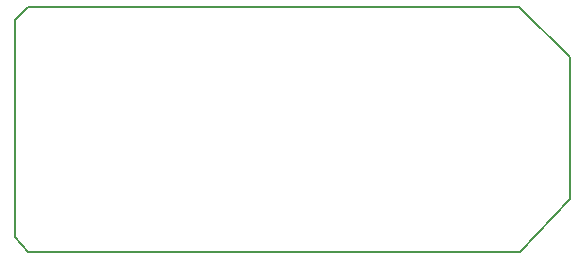
<source format=gbr>
%TF.GenerationSoftware,KiCad,Pcbnew,5.1.10*%
%TF.CreationDate,2021-05-04T23:01:40-04:00*%
%TF.ProjectId,NINA-W102_minimal_breakout,4e494e41-2d57-4313-9032-5f6d696e696d,0.5*%
%TF.SameCoordinates,Original*%
%TF.FileFunction,Profile,NP*%
%FSLAX46Y46*%
G04 Gerber Fmt 4.6, Leading zero omitted, Abs format (unit mm)*
G04 Created by KiCad (PCBNEW 5.1.10) date 2021-05-04 23:01:40*
%MOMM*%
%LPD*%
G01*
G04 APERTURE LIST*
%TA.AperFunction,Profile*%
%ADD10C,0.150000*%
%TD*%
G04 APERTURE END LIST*
D10*
X151130000Y-112344200D02*
X146888200Y-116789200D01*
X151130000Y-100279200D02*
X151130000Y-112344200D01*
X146862800Y-96062800D02*
X151130000Y-100279200D01*
X105232200Y-96062800D02*
X146862800Y-96062800D01*
X104140000Y-97129600D02*
X105232200Y-96062800D01*
X104140000Y-115544600D02*
X104140000Y-97129600D01*
X105232200Y-116789200D02*
X104140000Y-115544600D01*
X146888200Y-116789200D02*
X105232200Y-116789200D01*
M02*

</source>
